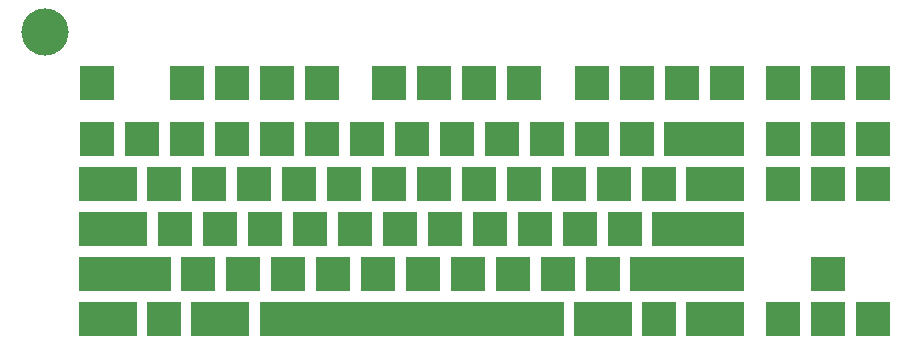
<source format=gbr>
G04 #@! TF.GenerationSoftware,KiCad,Pcbnew,(5.1.10-1-10_14)*
G04 #@! TF.CreationDate,2021-08-18T21:18:23-05:00*
G04 #@! TF.ProjectId,PCB-Keychains,5043422d-4b65-4796-9368-61696e732e6b,rev?*
G04 #@! TF.SameCoordinates,Original*
G04 #@! TF.FileFunction,Soldermask,Top*
G04 #@! TF.FilePolarity,Negative*
%FSLAX46Y46*%
G04 Gerber Fmt 4.6, Leading zero omitted, Abs format (unit mm)*
G04 Created by KiCad (PCBNEW (5.1.10-1-10_14)) date 2021-08-18 21:18:23*
%MOMM*%
%LPD*%
G01*
G04 APERTURE LIST*
%ADD10C,4.000000*%
%ADD11R,3.000000X3.000000*%
%ADD12R,4.905000X3.000000*%
%ADD13R,7.762500X3.000000*%
%ADD14R,5.857500X3.000000*%
%ADD15R,6.810000X3.000000*%
%ADD16R,25.860000X3.000000*%
%ADD17R,9.667500X3.000000*%
G04 APERTURE END LIST*
D10*
X12812700Y-135706100D03*
D11*
X55245000Y-144780000D03*
X24765000Y-144780000D03*
X36195000Y-144780000D03*
X28575000Y-144780000D03*
X32385000Y-144780000D03*
X43815000Y-144780000D03*
X40005000Y-144780000D03*
X51435000Y-144780000D03*
X62865000Y-144780000D03*
X34290000Y-148590000D03*
D12*
X18097500Y-148590000D03*
D11*
X22860000Y-148590000D03*
X58102500Y-152400000D03*
X49530000Y-148590000D03*
X59055000Y-144780000D03*
X27622500Y-152400000D03*
X26670000Y-148590000D03*
X50482500Y-152400000D03*
X64770000Y-148590000D03*
X38100000Y-148590000D03*
X57150000Y-148590000D03*
D12*
X69532500Y-148590000D03*
D11*
X53340000Y-148590000D03*
D13*
X68103750Y-152400000D03*
D11*
X35242500Y-152400000D03*
X41910000Y-148590000D03*
X30480000Y-148590000D03*
X45720000Y-148590000D03*
X60960000Y-148590000D03*
D14*
X18573750Y-152400000D03*
D11*
X23812500Y-152400000D03*
X61912500Y-152400000D03*
X31432500Y-152400000D03*
X46672500Y-152400000D03*
X47625000Y-144780000D03*
X54292500Y-152400000D03*
X42862500Y-152400000D03*
D15*
X68580000Y-144780000D03*
D11*
X79057500Y-148590000D03*
X75247500Y-160020000D03*
X48577500Y-156210000D03*
X17145000Y-144780000D03*
X60007500Y-156210000D03*
D12*
X18097500Y-160020000D03*
D11*
X79057500Y-140017500D03*
D16*
X43815000Y-160020000D03*
D12*
X60007500Y-160020000D03*
D11*
X41910000Y-140017500D03*
X44767500Y-156210000D03*
X82867500Y-148590000D03*
X79057500Y-160020000D03*
X29527500Y-156210000D03*
X40957500Y-156210000D03*
D17*
X67151250Y-156210000D03*
D11*
X17145000Y-140017500D03*
X52387500Y-156210000D03*
X33337500Y-156210000D03*
X56197500Y-156210000D03*
X82867500Y-160020000D03*
X25717500Y-156210000D03*
X75247500Y-144780000D03*
D12*
X27622500Y-160020000D03*
D11*
X82867500Y-144780000D03*
X75247500Y-140017500D03*
X79057500Y-144780000D03*
X37147500Y-156210000D03*
X79057500Y-156210000D03*
D13*
X19526250Y-156210000D03*
D11*
X39052500Y-152400000D03*
X82867500Y-140017500D03*
D12*
X69532500Y-160020000D03*
D11*
X24765000Y-140017500D03*
X75247500Y-148590000D03*
X59055000Y-140017500D03*
X66675000Y-140017500D03*
X62865000Y-140017500D03*
X45720000Y-140017500D03*
X49530000Y-140017500D03*
X53340000Y-140017500D03*
X70485000Y-140017500D03*
X20955000Y-144780000D03*
X36195000Y-140017500D03*
X32385000Y-140017500D03*
X28575000Y-140017500D03*
X22860000Y-160020000D03*
X64770000Y-160020000D03*
M02*

</source>
